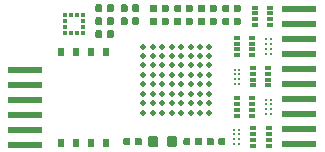
<source format=gbr>
G04 #@! TF.GenerationSoftware,KiCad,Pcbnew,(5.1.5-0-10_14)*
G04 #@! TF.CreationDate,2020-09-25T15:53:29-04:00*
G04 #@! TF.ProjectId,ESLO_RB,45534c4f-5f52-4422-9e6b-696361645f70,rev?*
G04 #@! TF.SameCoordinates,Original*
G04 #@! TF.FileFunction,Paste,Bot*
G04 #@! TF.FilePolarity,Positive*
%FSLAX46Y46*%
G04 Gerber Fmt 4.6, Leading zero omitted, Abs format (unit mm)*
G04 Created by KiCad (PCBNEW (5.1.5-0-10_14)) date 2020-09-25 15:53:29*
%MOMM*%
%LPD*%
G04 APERTURE LIST*
%ADD10R,0.500000X0.650000*%
%ADD11C,0.100000*%
%ADD12R,0.560000X0.300000*%
%ADD13R,0.150000X0.220000*%
%ADD14R,3.000000X0.600000*%
%ADD15R,0.375000X0.350000*%
%ADD16R,0.350000X0.375000*%
%ADD17C,0.500000*%
G04 APERTURE END LIST*
D10*
X133225000Y-94105000D03*
X133225000Y-101855000D03*
X131955000Y-94105000D03*
X131955000Y-101855000D03*
X130685000Y-94105000D03*
X130685000Y-101855000D03*
X129415000Y-94105000D03*
X129415000Y-101855000D03*
D11*
G36*
X138381958Y-90105710D02*
G01*
X138396276Y-90107834D01*
X138410317Y-90111351D01*
X138423946Y-90116228D01*
X138437031Y-90122417D01*
X138449447Y-90129858D01*
X138461073Y-90138481D01*
X138471798Y-90148202D01*
X138481519Y-90158927D01*
X138490142Y-90170553D01*
X138497583Y-90182969D01*
X138503772Y-90196054D01*
X138508649Y-90209683D01*
X138512166Y-90223724D01*
X138514290Y-90238042D01*
X138515000Y-90252500D01*
X138515000Y-90597500D01*
X138514290Y-90611958D01*
X138512166Y-90626276D01*
X138508649Y-90640317D01*
X138503772Y-90653946D01*
X138497583Y-90667031D01*
X138490142Y-90679447D01*
X138481519Y-90691073D01*
X138471798Y-90701798D01*
X138461073Y-90711519D01*
X138449447Y-90720142D01*
X138437031Y-90727583D01*
X138423946Y-90733772D01*
X138410317Y-90738649D01*
X138396276Y-90742166D01*
X138381958Y-90744290D01*
X138367500Y-90745000D01*
X138072500Y-90745000D01*
X138058042Y-90744290D01*
X138043724Y-90742166D01*
X138029683Y-90738649D01*
X138016054Y-90733772D01*
X138002969Y-90727583D01*
X137990553Y-90720142D01*
X137978927Y-90711519D01*
X137968202Y-90701798D01*
X137958481Y-90691073D01*
X137949858Y-90679447D01*
X137942417Y-90667031D01*
X137936228Y-90653946D01*
X137931351Y-90640317D01*
X137927834Y-90626276D01*
X137925710Y-90611958D01*
X137925000Y-90597500D01*
X137925000Y-90252500D01*
X137925710Y-90238042D01*
X137927834Y-90223724D01*
X137931351Y-90209683D01*
X137936228Y-90196054D01*
X137942417Y-90182969D01*
X137949858Y-90170553D01*
X137958481Y-90158927D01*
X137968202Y-90148202D01*
X137978927Y-90138481D01*
X137990553Y-90129858D01*
X138002969Y-90122417D01*
X138016054Y-90116228D01*
X138029683Y-90111351D01*
X138043724Y-90107834D01*
X138058042Y-90105710D01*
X138072500Y-90105000D01*
X138367500Y-90105000D01*
X138381958Y-90105710D01*
G37*
G36*
X137411958Y-90105710D02*
G01*
X137426276Y-90107834D01*
X137440317Y-90111351D01*
X137453946Y-90116228D01*
X137467031Y-90122417D01*
X137479447Y-90129858D01*
X137491073Y-90138481D01*
X137501798Y-90148202D01*
X137511519Y-90158927D01*
X137520142Y-90170553D01*
X137527583Y-90182969D01*
X137533772Y-90196054D01*
X137538649Y-90209683D01*
X137542166Y-90223724D01*
X137544290Y-90238042D01*
X137545000Y-90252500D01*
X137545000Y-90597500D01*
X137544290Y-90611958D01*
X137542166Y-90626276D01*
X137538649Y-90640317D01*
X137533772Y-90653946D01*
X137527583Y-90667031D01*
X137520142Y-90679447D01*
X137511519Y-90691073D01*
X137501798Y-90701798D01*
X137491073Y-90711519D01*
X137479447Y-90720142D01*
X137467031Y-90727583D01*
X137453946Y-90733772D01*
X137440317Y-90738649D01*
X137426276Y-90742166D01*
X137411958Y-90744290D01*
X137397500Y-90745000D01*
X137102500Y-90745000D01*
X137088042Y-90744290D01*
X137073724Y-90742166D01*
X137059683Y-90738649D01*
X137046054Y-90733772D01*
X137032969Y-90727583D01*
X137020553Y-90720142D01*
X137008927Y-90711519D01*
X136998202Y-90701798D01*
X136988481Y-90691073D01*
X136979858Y-90679447D01*
X136972417Y-90667031D01*
X136966228Y-90653946D01*
X136961351Y-90640317D01*
X136957834Y-90626276D01*
X136955710Y-90611958D01*
X136955000Y-90597500D01*
X136955000Y-90252500D01*
X136955710Y-90238042D01*
X136957834Y-90223724D01*
X136961351Y-90209683D01*
X136966228Y-90196054D01*
X136972417Y-90182969D01*
X136979858Y-90170553D01*
X136988481Y-90158927D01*
X136998202Y-90148202D01*
X137008927Y-90138481D01*
X137020553Y-90129858D01*
X137032969Y-90122417D01*
X137046054Y-90116228D01*
X137059683Y-90111351D01*
X137073724Y-90107834D01*
X137088042Y-90105710D01*
X137102500Y-90105000D01*
X137397500Y-90105000D01*
X137411958Y-90105710D01*
G37*
G36*
X138381958Y-91205710D02*
G01*
X138396276Y-91207834D01*
X138410317Y-91211351D01*
X138423946Y-91216228D01*
X138437031Y-91222417D01*
X138449447Y-91229858D01*
X138461073Y-91238481D01*
X138471798Y-91248202D01*
X138481519Y-91258927D01*
X138490142Y-91270553D01*
X138497583Y-91282969D01*
X138503772Y-91296054D01*
X138508649Y-91309683D01*
X138512166Y-91323724D01*
X138514290Y-91338042D01*
X138515000Y-91352500D01*
X138515000Y-91697500D01*
X138514290Y-91711958D01*
X138512166Y-91726276D01*
X138508649Y-91740317D01*
X138503772Y-91753946D01*
X138497583Y-91767031D01*
X138490142Y-91779447D01*
X138481519Y-91791073D01*
X138471798Y-91801798D01*
X138461073Y-91811519D01*
X138449447Y-91820142D01*
X138437031Y-91827583D01*
X138423946Y-91833772D01*
X138410317Y-91838649D01*
X138396276Y-91842166D01*
X138381958Y-91844290D01*
X138367500Y-91845000D01*
X138072500Y-91845000D01*
X138058042Y-91844290D01*
X138043724Y-91842166D01*
X138029683Y-91838649D01*
X138016054Y-91833772D01*
X138002969Y-91827583D01*
X137990553Y-91820142D01*
X137978927Y-91811519D01*
X137968202Y-91801798D01*
X137958481Y-91791073D01*
X137949858Y-91779447D01*
X137942417Y-91767031D01*
X137936228Y-91753946D01*
X137931351Y-91740317D01*
X137927834Y-91726276D01*
X137925710Y-91711958D01*
X137925000Y-91697500D01*
X137925000Y-91352500D01*
X137925710Y-91338042D01*
X137927834Y-91323724D01*
X137931351Y-91309683D01*
X137936228Y-91296054D01*
X137942417Y-91282969D01*
X137949858Y-91270553D01*
X137958481Y-91258927D01*
X137968202Y-91248202D01*
X137978927Y-91238481D01*
X137990553Y-91229858D01*
X138002969Y-91222417D01*
X138016054Y-91216228D01*
X138029683Y-91211351D01*
X138043724Y-91207834D01*
X138058042Y-91205710D01*
X138072500Y-91205000D01*
X138367500Y-91205000D01*
X138381958Y-91205710D01*
G37*
G36*
X137411958Y-91205710D02*
G01*
X137426276Y-91207834D01*
X137440317Y-91211351D01*
X137453946Y-91216228D01*
X137467031Y-91222417D01*
X137479447Y-91229858D01*
X137491073Y-91238481D01*
X137501798Y-91248202D01*
X137511519Y-91258927D01*
X137520142Y-91270553D01*
X137527583Y-91282969D01*
X137533772Y-91296054D01*
X137538649Y-91309683D01*
X137542166Y-91323724D01*
X137544290Y-91338042D01*
X137545000Y-91352500D01*
X137545000Y-91697500D01*
X137544290Y-91711958D01*
X137542166Y-91726276D01*
X137538649Y-91740317D01*
X137533772Y-91753946D01*
X137527583Y-91767031D01*
X137520142Y-91779447D01*
X137511519Y-91791073D01*
X137501798Y-91801798D01*
X137491073Y-91811519D01*
X137479447Y-91820142D01*
X137467031Y-91827583D01*
X137453946Y-91833772D01*
X137440317Y-91838649D01*
X137426276Y-91842166D01*
X137411958Y-91844290D01*
X137397500Y-91845000D01*
X137102500Y-91845000D01*
X137088042Y-91844290D01*
X137073724Y-91842166D01*
X137059683Y-91838649D01*
X137046054Y-91833772D01*
X137032969Y-91827583D01*
X137020553Y-91820142D01*
X137008927Y-91811519D01*
X136998202Y-91801798D01*
X136988481Y-91791073D01*
X136979858Y-91779447D01*
X136972417Y-91767031D01*
X136966228Y-91753946D01*
X136961351Y-91740317D01*
X136957834Y-91726276D01*
X136955710Y-91711958D01*
X136955000Y-91697500D01*
X136955000Y-91352500D01*
X136955710Y-91338042D01*
X136957834Y-91323724D01*
X136961351Y-91309683D01*
X136966228Y-91296054D01*
X136972417Y-91282969D01*
X136979858Y-91270553D01*
X136988481Y-91258927D01*
X136998202Y-91248202D01*
X137008927Y-91238481D01*
X137020553Y-91229858D01*
X137032969Y-91222417D01*
X137046054Y-91216228D01*
X137059683Y-91211351D01*
X137073724Y-91207834D01*
X137088042Y-91205710D01*
X137102500Y-91205000D01*
X137397500Y-91205000D01*
X137411958Y-91205710D01*
G37*
D12*
X145800000Y-90350000D03*
X147120000Y-90350000D03*
X145800000Y-90850000D03*
X147120000Y-90850000D03*
X145800000Y-91350000D03*
X147120000Y-91350000D03*
X145800000Y-91850000D03*
X147120000Y-91850000D03*
D13*
X144075000Y-100700000D03*
X144475000Y-100700000D03*
X144075000Y-101100000D03*
X144475000Y-101100000D03*
X144075000Y-101500000D03*
X144475000Y-101500000D03*
X144075000Y-101900000D03*
X144475000Y-101900000D03*
X147150000Y-99350000D03*
X146750000Y-99350000D03*
X147150000Y-98950000D03*
X146750000Y-98950000D03*
X147150000Y-98550000D03*
X146750000Y-98550000D03*
X147150000Y-98150000D03*
X146750000Y-98150000D03*
X144100000Y-95600000D03*
X144500000Y-95600000D03*
X144100000Y-96000000D03*
X144500000Y-96000000D03*
X144100000Y-96400000D03*
X144500000Y-96400000D03*
X144100000Y-96800000D03*
X144500000Y-96800000D03*
X147150000Y-94250000D03*
X146750000Y-94250000D03*
X147150000Y-93850000D03*
X146750000Y-93850000D03*
X147150000Y-93450000D03*
X146750000Y-93450000D03*
X147150000Y-93050000D03*
X146750000Y-93050000D03*
D12*
X145595000Y-99500000D03*
X144275000Y-99500000D03*
X145595000Y-99000000D03*
X144275000Y-99000000D03*
X145595000Y-98500000D03*
X144275000Y-98500000D03*
X145595000Y-98000000D03*
X144275000Y-98000000D03*
X146985000Y-102050000D03*
X145665000Y-102050000D03*
X146985000Y-101550000D03*
X145665000Y-101550000D03*
X146985000Y-101050000D03*
X145665000Y-101050000D03*
X146985000Y-100550000D03*
X145665000Y-100550000D03*
X145600000Y-94400000D03*
X144280000Y-94400000D03*
X145600000Y-93900000D03*
X144280000Y-93900000D03*
X145600000Y-93400000D03*
X144280000Y-93400000D03*
X145600000Y-92900000D03*
X144280000Y-92900000D03*
X146960000Y-96950000D03*
X145640000Y-96950000D03*
X146960000Y-96450000D03*
X145640000Y-96450000D03*
X146960000Y-95950000D03*
X145640000Y-95950000D03*
X146960000Y-95450000D03*
X145640000Y-95450000D03*
D11*
G36*
X143526958Y-91205710D02*
G01*
X143541276Y-91207834D01*
X143555317Y-91211351D01*
X143568946Y-91216228D01*
X143582031Y-91222417D01*
X143594447Y-91229858D01*
X143606073Y-91238481D01*
X143616798Y-91248202D01*
X143626519Y-91258927D01*
X143635142Y-91270553D01*
X143642583Y-91282969D01*
X143648772Y-91296054D01*
X143653649Y-91309683D01*
X143657166Y-91323724D01*
X143659290Y-91338042D01*
X143660000Y-91352500D01*
X143660000Y-91697500D01*
X143659290Y-91711958D01*
X143657166Y-91726276D01*
X143653649Y-91740317D01*
X143648772Y-91753946D01*
X143642583Y-91767031D01*
X143635142Y-91779447D01*
X143626519Y-91791073D01*
X143616798Y-91801798D01*
X143606073Y-91811519D01*
X143594447Y-91820142D01*
X143582031Y-91827583D01*
X143568946Y-91833772D01*
X143555317Y-91838649D01*
X143541276Y-91842166D01*
X143526958Y-91844290D01*
X143512500Y-91845000D01*
X143217500Y-91845000D01*
X143203042Y-91844290D01*
X143188724Y-91842166D01*
X143174683Y-91838649D01*
X143161054Y-91833772D01*
X143147969Y-91827583D01*
X143135553Y-91820142D01*
X143123927Y-91811519D01*
X143113202Y-91801798D01*
X143103481Y-91791073D01*
X143094858Y-91779447D01*
X143087417Y-91767031D01*
X143081228Y-91753946D01*
X143076351Y-91740317D01*
X143072834Y-91726276D01*
X143070710Y-91711958D01*
X143070000Y-91697500D01*
X143070000Y-91352500D01*
X143070710Y-91338042D01*
X143072834Y-91323724D01*
X143076351Y-91309683D01*
X143081228Y-91296054D01*
X143087417Y-91282969D01*
X143094858Y-91270553D01*
X143103481Y-91258927D01*
X143113202Y-91248202D01*
X143123927Y-91238481D01*
X143135553Y-91229858D01*
X143147969Y-91222417D01*
X143161054Y-91216228D01*
X143174683Y-91211351D01*
X143188724Y-91207834D01*
X143203042Y-91205710D01*
X143217500Y-91205000D01*
X143512500Y-91205000D01*
X143526958Y-91205710D01*
G37*
G36*
X144496958Y-91205710D02*
G01*
X144511276Y-91207834D01*
X144525317Y-91211351D01*
X144538946Y-91216228D01*
X144552031Y-91222417D01*
X144564447Y-91229858D01*
X144576073Y-91238481D01*
X144586798Y-91248202D01*
X144596519Y-91258927D01*
X144605142Y-91270553D01*
X144612583Y-91282969D01*
X144618772Y-91296054D01*
X144623649Y-91309683D01*
X144627166Y-91323724D01*
X144629290Y-91338042D01*
X144630000Y-91352500D01*
X144630000Y-91697500D01*
X144629290Y-91711958D01*
X144627166Y-91726276D01*
X144623649Y-91740317D01*
X144618772Y-91753946D01*
X144612583Y-91767031D01*
X144605142Y-91779447D01*
X144596519Y-91791073D01*
X144586798Y-91801798D01*
X144576073Y-91811519D01*
X144564447Y-91820142D01*
X144552031Y-91827583D01*
X144538946Y-91833772D01*
X144525317Y-91838649D01*
X144511276Y-91842166D01*
X144496958Y-91844290D01*
X144482500Y-91845000D01*
X144187500Y-91845000D01*
X144173042Y-91844290D01*
X144158724Y-91842166D01*
X144144683Y-91838649D01*
X144131054Y-91833772D01*
X144117969Y-91827583D01*
X144105553Y-91820142D01*
X144093927Y-91811519D01*
X144083202Y-91801798D01*
X144073481Y-91791073D01*
X144064858Y-91779447D01*
X144057417Y-91767031D01*
X144051228Y-91753946D01*
X144046351Y-91740317D01*
X144042834Y-91726276D01*
X144040710Y-91711958D01*
X144040000Y-91697500D01*
X144040000Y-91352500D01*
X144040710Y-91338042D01*
X144042834Y-91323724D01*
X144046351Y-91309683D01*
X144051228Y-91296054D01*
X144057417Y-91282969D01*
X144064858Y-91270553D01*
X144073481Y-91258927D01*
X144083202Y-91248202D01*
X144093927Y-91238481D01*
X144105553Y-91229858D01*
X144117969Y-91222417D01*
X144131054Y-91216228D01*
X144144683Y-91211351D01*
X144158724Y-91207834D01*
X144173042Y-91205710D01*
X144187500Y-91205000D01*
X144482500Y-91205000D01*
X144496958Y-91205710D01*
G37*
D14*
X149600000Y-90485000D03*
X149600000Y-91755000D03*
X149600000Y-93025000D03*
X149600000Y-94295000D03*
X149600000Y-95565000D03*
X149600000Y-96835000D03*
X149600000Y-98105000D03*
X149600000Y-99375000D03*
X149600000Y-100645000D03*
X149600000Y-101915000D03*
X126400000Y-95625000D03*
X126400000Y-96895000D03*
X126400000Y-98165000D03*
X126400000Y-99435000D03*
X126400000Y-100705000D03*
X126400000Y-101975000D03*
D15*
X129775000Y-91500000D03*
X129775000Y-92000000D03*
X131300000Y-92000000D03*
X131300000Y-91500000D03*
D16*
X129787500Y-92512500D03*
X129787500Y-90987500D03*
X131287500Y-92512500D03*
X131287500Y-90987500D03*
X130787500Y-92512500D03*
X130287500Y-92512500D03*
X130787500Y-90987500D03*
X130287500Y-90987500D03*
D17*
X136375000Y-99250000D03*
X136375000Y-98450000D03*
X136375000Y-97650000D03*
X136375000Y-96850000D03*
X136375000Y-96050000D03*
X136375000Y-95250000D03*
X136375000Y-94450000D03*
X136375000Y-93650000D03*
X137175000Y-99250000D03*
X137175000Y-98450000D03*
X137175000Y-97650000D03*
X137175000Y-96850000D03*
X137175000Y-96050000D03*
X137175000Y-95250000D03*
X137175000Y-94450000D03*
X137175000Y-93650000D03*
X137975000Y-99250000D03*
X137975000Y-98450000D03*
X137975000Y-97650000D03*
X137975000Y-96850000D03*
X137975000Y-96050000D03*
X137975000Y-95250000D03*
X137975000Y-94450000D03*
X137975000Y-93650000D03*
X138775000Y-99250000D03*
X138775000Y-98450000D03*
X138775000Y-97650000D03*
X138775000Y-96850000D03*
X138775000Y-96050000D03*
X138775000Y-95250000D03*
X138775000Y-94450000D03*
X138775000Y-93650000D03*
X139575000Y-99250000D03*
X139575000Y-98450000D03*
X139575000Y-97650000D03*
X139575000Y-96850000D03*
X139575000Y-96050000D03*
X139575000Y-95250000D03*
X139575000Y-94450000D03*
X139575000Y-93650000D03*
X140375000Y-99250000D03*
X140375000Y-98450000D03*
X140375000Y-97650000D03*
X140375000Y-96850000D03*
X140375000Y-96050000D03*
X140375000Y-95250000D03*
X140375000Y-94450000D03*
X140375000Y-93650000D03*
X141175000Y-99250000D03*
X141175000Y-98450000D03*
X141175000Y-97650000D03*
X141175000Y-96850000D03*
X141175000Y-96050000D03*
X141175000Y-95250000D03*
X141175000Y-94450000D03*
X141175000Y-93650000D03*
X141975000Y-99250000D03*
X141975000Y-98450000D03*
X141975000Y-97650000D03*
X141975000Y-96850000D03*
X141975000Y-96050000D03*
X141975000Y-95250000D03*
X141975000Y-94450000D03*
X141975000Y-93650000D03*
D11*
G36*
X144496958Y-90105710D02*
G01*
X144511276Y-90107834D01*
X144525317Y-90111351D01*
X144538946Y-90116228D01*
X144552031Y-90122417D01*
X144564447Y-90129858D01*
X144576073Y-90138481D01*
X144586798Y-90148202D01*
X144596519Y-90158927D01*
X144605142Y-90170553D01*
X144612583Y-90182969D01*
X144618772Y-90196054D01*
X144623649Y-90209683D01*
X144627166Y-90223724D01*
X144629290Y-90238042D01*
X144630000Y-90252500D01*
X144630000Y-90597500D01*
X144629290Y-90611958D01*
X144627166Y-90626276D01*
X144623649Y-90640317D01*
X144618772Y-90653946D01*
X144612583Y-90667031D01*
X144605142Y-90679447D01*
X144596519Y-90691073D01*
X144586798Y-90701798D01*
X144576073Y-90711519D01*
X144564447Y-90720142D01*
X144552031Y-90727583D01*
X144538946Y-90733772D01*
X144525317Y-90738649D01*
X144511276Y-90742166D01*
X144496958Y-90744290D01*
X144482500Y-90745000D01*
X144187500Y-90745000D01*
X144173042Y-90744290D01*
X144158724Y-90742166D01*
X144144683Y-90738649D01*
X144131054Y-90733772D01*
X144117969Y-90727583D01*
X144105553Y-90720142D01*
X144093927Y-90711519D01*
X144083202Y-90701798D01*
X144073481Y-90691073D01*
X144064858Y-90679447D01*
X144057417Y-90667031D01*
X144051228Y-90653946D01*
X144046351Y-90640317D01*
X144042834Y-90626276D01*
X144040710Y-90611958D01*
X144040000Y-90597500D01*
X144040000Y-90252500D01*
X144040710Y-90238042D01*
X144042834Y-90223724D01*
X144046351Y-90209683D01*
X144051228Y-90196054D01*
X144057417Y-90182969D01*
X144064858Y-90170553D01*
X144073481Y-90158927D01*
X144083202Y-90148202D01*
X144093927Y-90138481D01*
X144105553Y-90129858D01*
X144117969Y-90122417D01*
X144131054Y-90116228D01*
X144144683Y-90111351D01*
X144158724Y-90107834D01*
X144173042Y-90105710D01*
X144187500Y-90105000D01*
X144482500Y-90105000D01*
X144496958Y-90105710D01*
G37*
G36*
X143526958Y-90105710D02*
G01*
X143541276Y-90107834D01*
X143555317Y-90111351D01*
X143568946Y-90116228D01*
X143582031Y-90122417D01*
X143594447Y-90129858D01*
X143606073Y-90138481D01*
X143616798Y-90148202D01*
X143626519Y-90158927D01*
X143635142Y-90170553D01*
X143642583Y-90182969D01*
X143648772Y-90196054D01*
X143653649Y-90209683D01*
X143657166Y-90223724D01*
X143659290Y-90238042D01*
X143660000Y-90252500D01*
X143660000Y-90597500D01*
X143659290Y-90611958D01*
X143657166Y-90626276D01*
X143653649Y-90640317D01*
X143648772Y-90653946D01*
X143642583Y-90667031D01*
X143635142Y-90679447D01*
X143626519Y-90691073D01*
X143616798Y-90701798D01*
X143606073Y-90711519D01*
X143594447Y-90720142D01*
X143582031Y-90727583D01*
X143568946Y-90733772D01*
X143555317Y-90738649D01*
X143541276Y-90742166D01*
X143526958Y-90744290D01*
X143512500Y-90745000D01*
X143217500Y-90745000D01*
X143203042Y-90744290D01*
X143188724Y-90742166D01*
X143174683Y-90738649D01*
X143161054Y-90733772D01*
X143147969Y-90727583D01*
X143135553Y-90720142D01*
X143123927Y-90711519D01*
X143113202Y-90701798D01*
X143103481Y-90691073D01*
X143094858Y-90679447D01*
X143087417Y-90667031D01*
X143081228Y-90653946D01*
X143076351Y-90640317D01*
X143072834Y-90626276D01*
X143070710Y-90611958D01*
X143070000Y-90597500D01*
X143070000Y-90252500D01*
X143070710Y-90238042D01*
X143072834Y-90223724D01*
X143076351Y-90209683D01*
X143081228Y-90196054D01*
X143087417Y-90182969D01*
X143094858Y-90170553D01*
X143103481Y-90158927D01*
X143113202Y-90148202D01*
X143123927Y-90138481D01*
X143135553Y-90129858D01*
X143147969Y-90122417D01*
X143161054Y-90116228D01*
X143174683Y-90111351D01*
X143188724Y-90107834D01*
X143203042Y-90105710D01*
X143217500Y-90105000D01*
X143512500Y-90105000D01*
X143526958Y-90105710D01*
G37*
G36*
X134911958Y-91180710D02*
G01*
X134926276Y-91182834D01*
X134940317Y-91186351D01*
X134953946Y-91191228D01*
X134967031Y-91197417D01*
X134979447Y-91204858D01*
X134991073Y-91213481D01*
X135001798Y-91223202D01*
X135011519Y-91233927D01*
X135020142Y-91245553D01*
X135027583Y-91257969D01*
X135033772Y-91271054D01*
X135038649Y-91284683D01*
X135042166Y-91298724D01*
X135044290Y-91313042D01*
X135045000Y-91327500D01*
X135045000Y-91672500D01*
X135044290Y-91686958D01*
X135042166Y-91701276D01*
X135038649Y-91715317D01*
X135033772Y-91728946D01*
X135027583Y-91742031D01*
X135020142Y-91754447D01*
X135011519Y-91766073D01*
X135001798Y-91776798D01*
X134991073Y-91786519D01*
X134979447Y-91795142D01*
X134967031Y-91802583D01*
X134953946Y-91808772D01*
X134940317Y-91813649D01*
X134926276Y-91817166D01*
X134911958Y-91819290D01*
X134897500Y-91820000D01*
X134602500Y-91820000D01*
X134588042Y-91819290D01*
X134573724Y-91817166D01*
X134559683Y-91813649D01*
X134546054Y-91808772D01*
X134532969Y-91802583D01*
X134520553Y-91795142D01*
X134508927Y-91786519D01*
X134498202Y-91776798D01*
X134488481Y-91766073D01*
X134479858Y-91754447D01*
X134472417Y-91742031D01*
X134466228Y-91728946D01*
X134461351Y-91715317D01*
X134457834Y-91701276D01*
X134455710Y-91686958D01*
X134455000Y-91672500D01*
X134455000Y-91327500D01*
X134455710Y-91313042D01*
X134457834Y-91298724D01*
X134461351Y-91284683D01*
X134466228Y-91271054D01*
X134472417Y-91257969D01*
X134479858Y-91245553D01*
X134488481Y-91233927D01*
X134498202Y-91223202D01*
X134508927Y-91213481D01*
X134520553Y-91204858D01*
X134532969Y-91197417D01*
X134546054Y-91191228D01*
X134559683Y-91186351D01*
X134573724Y-91182834D01*
X134588042Y-91180710D01*
X134602500Y-91180000D01*
X134897500Y-91180000D01*
X134911958Y-91180710D01*
G37*
G36*
X135881958Y-91180710D02*
G01*
X135896276Y-91182834D01*
X135910317Y-91186351D01*
X135923946Y-91191228D01*
X135937031Y-91197417D01*
X135949447Y-91204858D01*
X135961073Y-91213481D01*
X135971798Y-91223202D01*
X135981519Y-91233927D01*
X135990142Y-91245553D01*
X135997583Y-91257969D01*
X136003772Y-91271054D01*
X136008649Y-91284683D01*
X136012166Y-91298724D01*
X136014290Y-91313042D01*
X136015000Y-91327500D01*
X136015000Y-91672500D01*
X136014290Y-91686958D01*
X136012166Y-91701276D01*
X136008649Y-91715317D01*
X136003772Y-91728946D01*
X135997583Y-91742031D01*
X135990142Y-91754447D01*
X135981519Y-91766073D01*
X135971798Y-91776798D01*
X135961073Y-91786519D01*
X135949447Y-91795142D01*
X135937031Y-91802583D01*
X135923946Y-91808772D01*
X135910317Y-91813649D01*
X135896276Y-91817166D01*
X135881958Y-91819290D01*
X135867500Y-91820000D01*
X135572500Y-91820000D01*
X135558042Y-91819290D01*
X135543724Y-91817166D01*
X135529683Y-91813649D01*
X135516054Y-91808772D01*
X135502969Y-91802583D01*
X135490553Y-91795142D01*
X135478927Y-91786519D01*
X135468202Y-91776798D01*
X135458481Y-91766073D01*
X135449858Y-91754447D01*
X135442417Y-91742031D01*
X135436228Y-91728946D01*
X135431351Y-91715317D01*
X135427834Y-91701276D01*
X135425710Y-91686958D01*
X135425000Y-91672500D01*
X135425000Y-91327500D01*
X135425710Y-91313042D01*
X135427834Y-91298724D01*
X135431351Y-91284683D01*
X135436228Y-91271054D01*
X135442417Y-91257969D01*
X135449858Y-91245553D01*
X135458481Y-91233927D01*
X135468202Y-91223202D01*
X135478927Y-91213481D01*
X135490553Y-91204858D01*
X135502969Y-91197417D01*
X135516054Y-91191228D01*
X135529683Y-91186351D01*
X135543724Y-91182834D01*
X135558042Y-91180710D01*
X135572500Y-91180000D01*
X135867500Y-91180000D01*
X135881958Y-91180710D01*
G37*
G36*
X134911958Y-90080710D02*
G01*
X134926276Y-90082834D01*
X134940317Y-90086351D01*
X134953946Y-90091228D01*
X134967031Y-90097417D01*
X134979447Y-90104858D01*
X134991073Y-90113481D01*
X135001798Y-90123202D01*
X135011519Y-90133927D01*
X135020142Y-90145553D01*
X135027583Y-90157969D01*
X135033772Y-90171054D01*
X135038649Y-90184683D01*
X135042166Y-90198724D01*
X135044290Y-90213042D01*
X135045000Y-90227500D01*
X135045000Y-90572500D01*
X135044290Y-90586958D01*
X135042166Y-90601276D01*
X135038649Y-90615317D01*
X135033772Y-90628946D01*
X135027583Y-90642031D01*
X135020142Y-90654447D01*
X135011519Y-90666073D01*
X135001798Y-90676798D01*
X134991073Y-90686519D01*
X134979447Y-90695142D01*
X134967031Y-90702583D01*
X134953946Y-90708772D01*
X134940317Y-90713649D01*
X134926276Y-90717166D01*
X134911958Y-90719290D01*
X134897500Y-90720000D01*
X134602500Y-90720000D01*
X134588042Y-90719290D01*
X134573724Y-90717166D01*
X134559683Y-90713649D01*
X134546054Y-90708772D01*
X134532969Y-90702583D01*
X134520553Y-90695142D01*
X134508927Y-90686519D01*
X134498202Y-90676798D01*
X134488481Y-90666073D01*
X134479858Y-90654447D01*
X134472417Y-90642031D01*
X134466228Y-90628946D01*
X134461351Y-90615317D01*
X134457834Y-90601276D01*
X134455710Y-90586958D01*
X134455000Y-90572500D01*
X134455000Y-90227500D01*
X134455710Y-90213042D01*
X134457834Y-90198724D01*
X134461351Y-90184683D01*
X134466228Y-90171054D01*
X134472417Y-90157969D01*
X134479858Y-90145553D01*
X134488481Y-90133927D01*
X134498202Y-90123202D01*
X134508927Y-90113481D01*
X134520553Y-90104858D01*
X134532969Y-90097417D01*
X134546054Y-90091228D01*
X134559683Y-90086351D01*
X134573724Y-90082834D01*
X134588042Y-90080710D01*
X134602500Y-90080000D01*
X134897500Y-90080000D01*
X134911958Y-90080710D01*
G37*
G36*
X135881958Y-90080710D02*
G01*
X135896276Y-90082834D01*
X135910317Y-90086351D01*
X135923946Y-90091228D01*
X135937031Y-90097417D01*
X135949447Y-90104858D01*
X135961073Y-90113481D01*
X135971798Y-90123202D01*
X135981519Y-90133927D01*
X135990142Y-90145553D01*
X135997583Y-90157969D01*
X136003772Y-90171054D01*
X136008649Y-90184683D01*
X136012166Y-90198724D01*
X136014290Y-90213042D01*
X136015000Y-90227500D01*
X136015000Y-90572500D01*
X136014290Y-90586958D01*
X136012166Y-90601276D01*
X136008649Y-90615317D01*
X136003772Y-90628946D01*
X135997583Y-90642031D01*
X135990142Y-90654447D01*
X135981519Y-90666073D01*
X135971798Y-90676798D01*
X135961073Y-90686519D01*
X135949447Y-90695142D01*
X135937031Y-90702583D01*
X135923946Y-90708772D01*
X135910317Y-90713649D01*
X135896276Y-90717166D01*
X135881958Y-90719290D01*
X135867500Y-90720000D01*
X135572500Y-90720000D01*
X135558042Y-90719290D01*
X135543724Y-90717166D01*
X135529683Y-90713649D01*
X135516054Y-90708772D01*
X135502969Y-90702583D01*
X135490553Y-90695142D01*
X135478927Y-90686519D01*
X135468202Y-90676798D01*
X135458481Y-90666073D01*
X135449858Y-90654447D01*
X135442417Y-90642031D01*
X135436228Y-90628946D01*
X135431351Y-90615317D01*
X135427834Y-90601276D01*
X135425710Y-90586958D01*
X135425000Y-90572500D01*
X135425000Y-90227500D01*
X135425710Y-90213042D01*
X135427834Y-90198724D01*
X135431351Y-90184683D01*
X135436228Y-90171054D01*
X135442417Y-90157969D01*
X135449858Y-90145553D01*
X135458481Y-90133927D01*
X135468202Y-90123202D01*
X135478927Y-90113481D01*
X135490553Y-90104858D01*
X135502969Y-90097417D01*
X135516054Y-90091228D01*
X135529683Y-90086351D01*
X135543724Y-90082834D01*
X135558042Y-90080710D01*
X135572500Y-90080000D01*
X135867500Y-90080000D01*
X135881958Y-90080710D01*
G37*
G36*
X141476958Y-91205710D02*
G01*
X141491276Y-91207834D01*
X141505317Y-91211351D01*
X141518946Y-91216228D01*
X141532031Y-91222417D01*
X141544447Y-91229858D01*
X141556073Y-91238481D01*
X141566798Y-91248202D01*
X141576519Y-91258927D01*
X141585142Y-91270553D01*
X141592583Y-91282969D01*
X141598772Y-91296054D01*
X141603649Y-91309683D01*
X141607166Y-91323724D01*
X141609290Y-91338042D01*
X141610000Y-91352500D01*
X141610000Y-91697500D01*
X141609290Y-91711958D01*
X141607166Y-91726276D01*
X141603649Y-91740317D01*
X141598772Y-91753946D01*
X141592583Y-91767031D01*
X141585142Y-91779447D01*
X141576519Y-91791073D01*
X141566798Y-91801798D01*
X141556073Y-91811519D01*
X141544447Y-91820142D01*
X141532031Y-91827583D01*
X141518946Y-91833772D01*
X141505317Y-91838649D01*
X141491276Y-91842166D01*
X141476958Y-91844290D01*
X141462500Y-91845000D01*
X141167500Y-91845000D01*
X141153042Y-91844290D01*
X141138724Y-91842166D01*
X141124683Y-91838649D01*
X141111054Y-91833772D01*
X141097969Y-91827583D01*
X141085553Y-91820142D01*
X141073927Y-91811519D01*
X141063202Y-91801798D01*
X141053481Y-91791073D01*
X141044858Y-91779447D01*
X141037417Y-91767031D01*
X141031228Y-91753946D01*
X141026351Y-91740317D01*
X141022834Y-91726276D01*
X141020710Y-91711958D01*
X141020000Y-91697500D01*
X141020000Y-91352500D01*
X141020710Y-91338042D01*
X141022834Y-91323724D01*
X141026351Y-91309683D01*
X141031228Y-91296054D01*
X141037417Y-91282969D01*
X141044858Y-91270553D01*
X141053481Y-91258927D01*
X141063202Y-91248202D01*
X141073927Y-91238481D01*
X141085553Y-91229858D01*
X141097969Y-91222417D01*
X141111054Y-91216228D01*
X141124683Y-91211351D01*
X141138724Y-91207834D01*
X141153042Y-91205710D01*
X141167500Y-91205000D01*
X141462500Y-91205000D01*
X141476958Y-91205710D01*
G37*
G36*
X142446958Y-91205710D02*
G01*
X142461276Y-91207834D01*
X142475317Y-91211351D01*
X142488946Y-91216228D01*
X142502031Y-91222417D01*
X142514447Y-91229858D01*
X142526073Y-91238481D01*
X142536798Y-91248202D01*
X142546519Y-91258927D01*
X142555142Y-91270553D01*
X142562583Y-91282969D01*
X142568772Y-91296054D01*
X142573649Y-91309683D01*
X142577166Y-91323724D01*
X142579290Y-91338042D01*
X142580000Y-91352500D01*
X142580000Y-91697500D01*
X142579290Y-91711958D01*
X142577166Y-91726276D01*
X142573649Y-91740317D01*
X142568772Y-91753946D01*
X142562583Y-91767031D01*
X142555142Y-91779447D01*
X142546519Y-91791073D01*
X142536798Y-91801798D01*
X142526073Y-91811519D01*
X142514447Y-91820142D01*
X142502031Y-91827583D01*
X142488946Y-91833772D01*
X142475317Y-91838649D01*
X142461276Y-91842166D01*
X142446958Y-91844290D01*
X142432500Y-91845000D01*
X142137500Y-91845000D01*
X142123042Y-91844290D01*
X142108724Y-91842166D01*
X142094683Y-91838649D01*
X142081054Y-91833772D01*
X142067969Y-91827583D01*
X142055553Y-91820142D01*
X142043927Y-91811519D01*
X142033202Y-91801798D01*
X142023481Y-91791073D01*
X142014858Y-91779447D01*
X142007417Y-91767031D01*
X142001228Y-91753946D01*
X141996351Y-91740317D01*
X141992834Y-91726276D01*
X141990710Y-91711958D01*
X141990000Y-91697500D01*
X141990000Y-91352500D01*
X141990710Y-91338042D01*
X141992834Y-91323724D01*
X141996351Y-91309683D01*
X142001228Y-91296054D01*
X142007417Y-91282969D01*
X142014858Y-91270553D01*
X142023481Y-91258927D01*
X142033202Y-91248202D01*
X142043927Y-91238481D01*
X142055553Y-91229858D01*
X142067969Y-91222417D01*
X142081054Y-91216228D01*
X142094683Y-91211351D01*
X142108724Y-91207834D01*
X142123042Y-91205710D01*
X142137500Y-91205000D01*
X142432500Y-91205000D01*
X142446958Y-91205710D01*
G37*
G36*
X140421958Y-90105710D02*
G01*
X140436276Y-90107834D01*
X140450317Y-90111351D01*
X140463946Y-90116228D01*
X140477031Y-90122417D01*
X140489447Y-90129858D01*
X140501073Y-90138481D01*
X140511798Y-90148202D01*
X140521519Y-90158927D01*
X140530142Y-90170553D01*
X140537583Y-90182969D01*
X140543772Y-90196054D01*
X140548649Y-90209683D01*
X140552166Y-90223724D01*
X140554290Y-90238042D01*
X140555000Y-90252500D01*
X140555000Y-90597500D01*
X140554290Y-90611958D01*
X140552166Y-90626276D01*
X140548649Y-90640317D01*
X140543772Y-90653946D01*
X140537583Y-90667031D01*
X140530142Y-90679447D01*
X140521519Y-90691073D01*
X140511798Y-90701798D01*
X140501073Y-90711519D01*
X140489447Y-90720142D01*
X140477031Y-90727583D01*
X140463946Y-90733772D01*
X140450317Y-90738649D01*
X140436276Y-90742166D01*
X140421958Y-90744290D01*
X140407500Y-90745000D01*
X140112500Y-90745000D01*
X140098042Y-90744290D01*
X140083724Y-90742166D01*
X140069683Y-90738649D01*
X140056054Y-90733772D01*
X140042969Y-90727583D01*
X140030553Y-90720142D01*
X140018927Y-90711519D01*
X140008202Y-90701798D01*
X139998481Y-90691073D01*
X139989858Y-90679447D01*
X139982417Y-90667031D01*
X139976228Y-90653946D01*
X139971351Y-90640317D01*
X139967834Y-90626276D01*
X139965710Y-90611958D01*
X139965000Y-90597500D01*
X139965000Y-90252500D01*
X139965710Y-90238042D01*
X139967834Y-90223724D01*
X139971351Y-90209683D01*
X139976228Y-90196054D01*
X139982417Y-90182969D01*
X139989858Y-90170553D01*
X139998481Y-90158927D01*
X140008202Y-90148202D01*
X140018927Y-90138481D01*
X140030553Y-90129858D01*
X140042969Y-90122417D01*
X140056054Y-90116228D01*
X140069683Y-90111351D01*
X140083724Y-90107834D01*
X140098042Y-90105710D01*
X140112500Y-90105000D01*
X140407500Y-90105000D01*
X140421958Y-90105710D01*
G37*
G36*
X139451958Y-90105710D02*
G01*
X139466276Y-90107834D01*
X139480317Y-90111351D01*
X139493946Y-90116228D01*
X139507031Y-90122417D01*
X139519447Y-90129858D01*
X139531073Y-90138481D01*
X139541798Y-90148202D01*
X139551519Y-90158927D01*
X139560142Y-90170553D01*
X139567583Y-90182969D01*
X139573772Y-90196054D01*
X139578649Y-90209683D01*
X139582166Y-90223724D01*
X139584290Y-90238042D01*
X139585000Y-90252500D01*
X139585000Y-90597500D01*
X139584290Y-90611958D01*
X139582166Y-90626276D01*
X139578649Y-90640317D01*
X139573772Y-90653946D01*
X139567583Y-90667031D01*
X139560142Y-90679447D01*
X139551519Y-90691073D01*
X139541798Y-90701798D01*
X139531073Y-90711519D01*
X139519447Y-90720142D01*
X139507031Y-90727583D01*
X139493946Y-90733772D01*
X139480317Y-90738649D01*
X139466276Y-90742166D01*
X139451958Y-90744290D01*
X139437500Y-90745000D01*
X139142500Y-90745000D01*
X139128042Y-90744290D01*
X139113724Y-90742166D01*
X139099683Y-90738649D01*
X139086054Y-90733772D01*
X139072969Y-90727583D01*
X139060553Y-90720142D01*
X139048927Y-90711519D01*
X139038202Y-90701798D01*
X139028481Y-90691073D01*
X139019858Y-90679447D01*
X139012417Y-90667031D01*
X139006228Y-90653946D01*
X139001351Y-90640317D01*
X138997834Y-90626276D01*
X138995710Y-90611958D01*
X138995000Y-90597500D01*
X138995000Y-90252500D01*
X138995710Y-90238042D01*
X138997834Y-90223724D01*
X139001351Y-90209683D01*
X139006228Y-90196054D01*
X139012417Y-90182969D01*
X139019858Y-90170553D01*
X139028481Y-90158927D01*
X139038202Y-90148202D01*
X139048927Y-90138481D01*
X139060553Y-90129858D01*
X139072969Y-90122417D01*
X139086054Y-90116228D01*
X139099683Y-90111351D01*
X139113724Y-90107834D01*
X139128042Y-90105710D01*
X139142500Y-90105000D01*
X139437500Y-90105000D01*
X139451958Y-90105710D01*
G37*
G36*
X140411958Y-91205710D02*
G01*
X140426276Y-91207834D01*
X140440317Y-91211351D01*
X140453946Y-91216228D01*
X140467031Y-91222417D01*
X140479447Y-91229858D01*
X140491073Y-91238481D01*
X140501798Y-91248202D01*
X140511519Y-91258927D01*
X140520142Y-91270553D01*
X140527583Y-91282969D01*
X140533772Y-91296054D01*
X140538649Y-91309683D01*
X140542166Y-91323724D01*
X140544290Y-91338042D01*
X140545000Y-91352500D01*
X140545000Y-91697500D01*
X140544290Y-91711958D01*
X140542166Y-91726276D01*
X140538649Y-91740317D01*
X140533772Y-91753946D01*
X140527583Y-91767031D01*
X140520142Y-91779447D01*
X140511519Y-91791073D01*
X140501798Y-91801798D01*
X140491073Y-91811519D01*
X140479447Y-91820142D01*
X140467031Y-91827583D01*
X140453946Y-91833772D01*
X140440317Y-91838649D01*
X140426276Y-91842166D01*
X140411958Y-91844290D01*
X140397500Y-91845000D01*
X140102500Y-91845000D01*
X140088042Y-91844290D01*
X140073724Y-91842166D01*
X140059683Y-91838649D01*
X140046054Y-91833772D01*
X140032969Y-91827583D01*
X140020553Y-91820142D01*
X140008927Y-91811519D01*
X139998202Y-91801798D01*
X139988481Y-91791073D01*
X139979858Y-91779447D01*
X139972417Y-91767031D01*
X139966228Y-91753946D01*
X139961351Y-91740317D01*
X139957834Y-91726276D01*
X139955710Y-91711958D01*
X139955000Y-91697500D01*
X139955000Y-91352500D01*
X139955710Y-91338042D01*
X139957834Y-91323724D01*
X139961351Y-91309683D01*
X139966228Y-91296054D01*
X139972417Y-91282969D01*
X139979858Y-91270553D01*
X139988481Y-91258927D01*
X139998202Y-91248202D01*
X140008927Y-91238481D01*
X140020553Y-91229858D01*
X140032969Y-91222417D01*
X140046054Y-91216228D01*
X140059683Y-91211351D01*
X140073724Y-91207834D01*
X140088042Y-91205710D01*
X140102500Y-91205000D01*
X140397500Y-91205000D01*
X140411958Y-91205710D01*
G37*
G36*
X139441958Y-91205710D02*
G01*
X139456276Y-91207834D01*
X139470317Y-91211351D01*
X139483946Y-91216228D01*
X139497031Y-91222417D01*
X139509447Y-91229858D01*
X139521073Y-91238481D01*
X139531798Y-91248202D01*
X139541519Y-91258927D01*
X139550142Y-91270553D01*
X139557583Y-91282969D01*
X139563772Y-91296054D01*
X139568649Y-91309683D01*
X139572166Y-91323724D01*
X139574290Y-91338042D01*
X139575000Y-91352500D01*
X139575000Y-91697500D01*
X139574290Y-91711958D01*
X139572166Y-91726276D01*
X139568649Y-91740317D01*
X139563772Y-91753946D01*
X139557583Y-91767031D01*
X139550142Y-91779447D01*
X139541519Y-91791073D01*
X139531798Y-91801798D01*
X139521073Y-91811519D01*
X139509447Y-91820142D01*
X139497031Y-91827583D01*
X139483946Y-91833772D01*
X139470317Y-91838649D01*
X139456276Y-91842166D01*
X139441958Y-91844290D01*
X139427500Y-91845000D01*
X139132500Y-91845000D01*
X139118042Y-91844290D01*
X139103724Y-91842166D01*
X139089683Y-91838649D01*
X139076054Y-91833772D01*
X139062969Y-91827583D01*
X139050553Y-91820142D01*
X139038927Y-91811519D01*
X139028202Y-91801798D01*
X139018481Y-91791073D01*
X139009858Y-91779447D01*
X139002417Y-91767031D01*
X138996228Y-91753946D01*
X138991351Y-91740317D01*
X138987834Y-91726276D01*
X138985710Y-91711958D01*
X138985000Y-91697500D01*
X138985000Y-91352500D01*
X138985710Y-91338042D01*
X138987834Y-91323724D01*
X138991351Y-91309683D01*
X138996228Y-91296054D01*
X139002417Y-91282969D01*
X139009858Y-91270553D01*
X139018481Y-91258927D01*
X139028202Y-91248202D01*
X139038927Y-91238481D01*
X139050553Y-91229858D01*
X139062969Y-91222417D01*
X139076054Y-91216228D01*
X139089683Y-91211351D01*
X139103724Y-91207834D01*
X139118042Y-91205710D01*
X139132500Y-91205000D01*
X139427500Y-91205000D01*
X139441958Y-91205710D01*
G37*
G36*
X135141958Y-101380710D02*
G01*
X135156276Y-101382834D01*
X135170317Y-101386351D01*
X135183946Y-101391228D01*
X135197031Y-101397417D01*
X135209447Y-101404858D01*
X135221073Y-101413481D01*
X135231798Y-101423202D01*
X135241519Y-101433927D01*
X135250142Y-101445553D01*
X135257583Y-101457969D01*
X135263772Y-101471054D01*
X135268649Y-101484683D01*
X135272166Y-101498724D01*
X135274290Y-101513042D01*
X135275000Y-101527500D01*
X135275000Y-101872500D01*
X135274290Y-101886958D01*
X135272166Y-101901276D01*
X135268649Y-101915317D01*
X135263772Y-101928946D01*
X135257583Y-101942031D01*
X135250142Y-101954447D01*
X135241519Y-101966073D01*
X135231798Y-101976798D01*
X135221073Y-101986519D01*
X135209447Y-101995142D01*
X135197031Y-102002583D01*
X135183946Y-102008772D01*
X135170317Y-102013649D01*
X135156276Y-102017166D01*
X135141958Y-102019290D01*
X135127500Y-102020000D01*
X134832500Y-102020000D01*
X134818042Y-102019290D01*
X134803724Y-102017166D01*
X134789683Y-102013649D01*
X134776054Y-102008772D01*
X134762969Y-102002583D01*
X134750553Y-101995142D01*
X134738927Y-101986519D01*
X134728202Y-101976798D01*
X134718481Y-101966073D01*
X134709858Y-101954447D01*
X134702417Y-101942031D01*
X134696228Y-101928946D01*
X134691351Y-101915317D01*
X134687834Y-101901276D01*
X134685710Y-101886958D01*
X134685000Y-101872500D01*
X134685000Y-101527500D01*
X134685710Y-101513042D01*
X134687834Y-101498724D01*
X134691351Y-101484683D01*
X134696228Y-101471054D01*
X134702417Y-101457969D01*
X134709858Y-101445553D01*
X134718481Y-101433927D01*
X134728202Y-101423202D01*
X134738927Y-101413481D01*
X134750553Y-101404858D01*
X134762969Y-101397417D01*
X134776054Y-101391228D01*
X134789683Y-101386351D01*
X134803724Y-101382834D01*
X134818042Y-101380710D01*
X134832500Y-101380000D01*
X135127500Y-101380000D01*
X135141958Y-101380710D01*
G37*
G36*
X136111958Y-101380710D02*
G01*
X136126276Y-101382834D01*
X136140317Y-101386351D01*
X136153946Y-101391228D01*
X136167031Y-101397417D01*
X136179447Y-101404858D01*
X136191073Y-101413481D01*
X136201798Y-101423202D01*
X136211519Y-101433927D01*
X136220142Y-101445553D01*
X136227583Y-101457969D01*
X136233772Y-101471054D01*
X136238649Y-101484683D01*
X136242166Y-101498724D01*
X136244290Y-101513042D01*
X136245000Y-101527500D01*
X136245000Y-101872500D01*
X136244290Y-101886958D01*
X136242166Y-101901276D01*
X136238649Y-101915317D01*
X136233772Y-101928946D01*
X136227583Y-101942031D01*
X136220142Y-101954447D01*
X136211519Y-101966073D01*
X136201798Y-101976798D01*
X136191073Y-101986519D01*
X136179447Y-101995142D01*
X136167031Y-102002583D01*
X136153946Y-102008772D01*
X136140317Y-102013649D01*
X136126276Y-102017166D01*
X136111958Y-102019290D01*
X136097500Y-102020000D01*
X135802500Y-102020000D01*
X135788042Y-102019290D01*
X135773724Y-102017166D01*
X135759683Y-102013649D01*
X135746054Y-102008772D01*
X135732969Y-102002583D01*
X135720553Y-101995142D01*
X135708927Y-101986519D01*
X135698202Y-101976798D01*
X135688481Y-101966073D01*
X135679858Y-101954447D01*
X135672417Y-101942031D01*
X135666228Y-101928946D01*
X135661351Y-101915317D01*
X135657834Y-101901276D01*
X135655710Y-101886958D01*
X135655000Y-101872500D01*
X135655000Y-101527500D01*
X135655710Y-101513042D01*
X135657834Y-101498724D01*
X135661351Y-101484683D01*
X135666228Y-101471054D01*
X135672417Y-101457969D01*
X135679858Y-101445553D01*
X135688481Y-101433927D01*
X135698202Y-101423202D01*
X135708927Y-101413481D01*
X135720553Y-101404858D01*
X135732969Y-101397417D01*
X135746054Y-101391228D01*
X135759683Y-101386351D01*
X135773724Y-101382834D01*
X135788042Y-101380710D01*
X135802500Y-101380000D01*
X136097500Y-101380000D01*
X136111958Y-101380710D01*
G37*
G36*
X139040191Y-101226053D02*
G01*
X139061426Y-101229203D01*
X139082250Y-101234419D01*
X139102462Y-101241651D01*
X139121868Y-101250830D01*
X139140281Y-101261866D01*
X139157524Y-101274654D01*
X139173430Y-101289070D01*
X139187846Y-101304976D01*
X139200634Y-101322219D01*
X139211670Y-101340632D01*
X139220849Y-101360038D01*
X139228081Y-101380250D01*
X139233297Y-101401074D01*
X139236447Y-101422309D01*
X139237500Y-101443750D01*
X139237500Y-101956250D01*
X139236447Y-101977691D01*
X139233297Y-101998926D01*
X139228081Y-102019750D01*
X139220849Y-102039962D01*
X139211670Y-102059368D01*
X139200634Y-102077781D01*
X139187846Y-102095024D01*
X139173430Y-102110930D01*
X139157524Y-102125346D01*
X139140281Y-102138134D01*
X139121868Y-102149170D01*
X139102462Y-102158349D01*
X139082250Y-102165581D01*
X139061426Y-102170797D01*
X139040191Y-102173947D01*
X139018750Y-102175000D01*
X138581250Y-102175000D01*
X138559809Y-102173947D01*
X138538574Y-102170797D01*
X138517750Y-102165581D01*
X138497538Y-102158349D01*
X138478132Y-102149170D01*
X138459719Y-102138134D01*
X138442476Y-102125346D01*
X138426570Y-102110930D01*
X138412154Y-102095024D01*
X138399366Y-102077781D01*
X138388330Y-102059368D01*
X138379151Y-102039962D01*
X138371919Y-102019750D01*
X138366703Y-101998926D01*
X138363553Y-101977691D01*
X138362500Y-101956250D01*
X138362500Y-101443750D01*
X138363553Y-101422309D01*
X138366703Y-101401074D01*
X138371919Y-101380250D01*
X138379151Y-101360038D01*
X138388330Y-101340632D01*
X138399366Y-101322219D01*
X138412154Y-101304976D01*
X138426570Y-101289070D01*
X138442476Y-101274654D01*
X138459719Y-101261866D01*
X138478132Y-101250830D01*
X138497538Y-101241651D01*
X138517750Y-101234419D01*
X138538574Y-101229203D01*
X138559809Y-101226053D01*
X138581250Y-101225000D01*
X139018750Y-101225000D01*
X139040191Y-101226053D01*
G37*
G36*
X137465191Y-101226053D02*
G01*
X137486426Y-101229203D01*
X137507250Y-101234419D01*
X137527462Y-101241651D01*
X137546868Y-101250830D01*
X137565281Y-101261866D01*
X137582524Y-101274654D01*
X137598430Y-101289070D01*
X137612846Y-101304976D01*
X137625634Y-101322219D01*
X137636670Y-101340632D01*
X137645849Y-101360038D01*
X137653081Y-101380250D01*
X137658297Y-101401074D01*
X137661447Y-101422309D01*
X137662500Y-101443750D01*
X137662500Y-101956250D01*
X137661447Y-101977691D01*
X137658297Y-101998926D01*
X137653081Y-102019750D01*
X137645849Y-102039962D01*
X137636670Y-102059368D01*
X137625634Y-102077781D01*
X137612846Y-102095024D01*
X137598430Y-102110930D01*
X137582524Y-102125346D01*
X137565281Y-102138134D01*
X137546868Y-102149170D01*
X137527462Y-102158349D01*
X137507250Y-102165581D01*
X137486426Y-102170797D01*
X137465191Y-102173947D01*
X137443750Y-102175000D01*
X137006250Y-102175000D01*
X136984809Y-102173947D01*
X136963574Y-102170797D01*
X136942750Y-102165581D01*
X136922538Y-102158349D01*
X136903132Y-102149170D01*
X136884719Y-102138134D01*
X136867476Y-102125346D01*
X136851570Y-102110930D01*
X136837154Y-102095024D01*
X136824366Y-102077781D01*
X136813330Y-102059368D01*
X136804151Y-102039962D01*
X136796919Y-102019750D01*
X136791703Y-101998926D01*
X136788553Y-101977691D01*
X136787500Y-101956250D01*
X136787500Y-101443750D01*
X136788553Y-101422309D01*
X136791703Y-101401074D01*
X136796919Y-101380250D01*
X136804151Y-101360038D01*
X136813330Y-101340632D01*
X136824366Y-101322219D01*
X136837154Y-101304976D01*
X136851570Y-101289070D01*
X136867476Y-101274654D01*
X136884719Y-101261866D01*
X136903132Y-101250830D01*
X136922538Y-101241651D01*
X136942750Y-101234419D01*
X136963574Y-101229203D01*
X136984809Y-101226053D01*
X137006250Y-101225000D01*
X137443750Y-101225000D01*
X137465191Y-101226053D01*
G37*
G36*
X132776958Y-91180710D02*
G01*
X132791276Y-91182834D01*
X132805317Y-91186351D01*
X132818946Y-91191228D01*
X132832031Y-91197417D01*
X132844447Y-91204858D01*
X132856073Y-91213481D01*
X132866798Y-91223202D01*
X132876519Y-91233927D01*
X132885142Y-91245553D01*
X132892583Y-91257969D01*
X132898772Y-91271054D01*
X132903649Y-91284683D01*
X132907166Y-91298724D01*
X132909290Y-91313042D01*
X132910000Y-91327500D01*
X132910000Y-91672500D01*
X132909290Y-91686958D01*
X132907166Y-91701276D01*
X132903649Y-91715317D01*
X132898772Y-91728946D01*
X132892583Y-91742031D01*
X132885142Y-91754447D01*
X132876519Y-91766073D01*
X132866798Y-91776798D01*
X132856073Y-91786519D01*
X132844447Y-91795142D01*
X132832031Y-91802583D01*
X132818946Y-91808772D01*
X132805317Y-91813649D01*
X132791276Y-91817166D01*
X132776958Y-91819290D01*
X132762500Y-91820000D01*
X132467500Y-91820000D01*
X132453042Y-91819290D01*
X132438724Y-91817166D01*
X132424683Y-91813649D01*
X132411054Y-91808772D01*
X132397969Y-91802583D01*
X132385553Y-91795142D01*
X132373927Y-91786519D01*
X132363202Y-91776798D01*
X132353481Y-91766073D01*
X132344858Y-91754447D01*
X132337417Y-91742031D01*
X132331228Y-91728946D01*
X132326351Y-91715317D01*
X132322834Y-91701276D01*
X132320710Y-91686958D01*
X132320000Y-91672500D01*
X132320000Y-91327500D01*
X132320710Y-91313042D01*
X132322834Y-91298724D01*
X132326351Y-91284683D01*
X132331228Y-91271054D01*
X132337417Y-91257969D01*
X132344858Y-91245553D01*
X132353481Y-91233927D01*
X132363202Y-91223202D01*
X132373927Y-91213481D01*
X132385553Y-91204858D01*
X132397969Y-91197417D01*
X132411054Y-91191228D01*
X132424683Y-91186351D01*
X132438724Y-91182834D01*
X132453042Y-91180710D01*
X132467500Y-91180000D01*
X132762500Y-91180000D01*
X132776958Y-91180710D01*
G37*
G36*
X133746958Y-91180710D02*
G01*
X133761276Y-91182834D01*
X133775317Y-91186351D01*
X133788946Y-91191228D01*
X133802031Y-91197417D01*
X133814447Y-91204858D01*
X133826073Y-91213481D01*
X133836798Y-91223202D01*
X133846519Y-91233927D01*
X133855142Y-91245553D01*
X133862583Y-91257969D01*
X133868772Y-91271054D01*
X133873649Y-91284683D01*
X133877166Y-91298724D01*
X133879290Y-91313042D01*
X133880000Y-91327500D01*
X133880000Y-91672500D01*
X133879290Y-91686958D01*
X133877166Y-91701276D01*
X133873649Y-91715317D01*
X133868772Y-91728946D01*
X133862583Y-91742031D01*
X133855142Y-91754447D01*
X133846519Y-91766073D01*
X133836798Y-91776798D01*
X133826073Y-91786519D01*
X133814447Y-91795142D01*
X133802031Y-91802583D01*
X133788946Y-91808772D01*
X133775317Y-91813649D01*
X133761276Y-91817166D01*
X133746958Y-91819290D01*
X133732500Y-91820000D01*
X133437500Y-91820000D01*
X133423042Y-91819290D01*
X133408724Y-91817166D01*
X133394683Y-91813649D01*
X133381054Y-91808772D01*
X133367969Y-91802583D01*
X133355553Y-91795142D01*
X133343927Y-91786519D01*
X133333202Y-91776798D01*
X133323481Y-91766073D01*
X133314858Y-91754447D01*
X133307417Y-91742031D01*
X133301228Y-91728946D01*
X133296351Y-91715317D01*
X133292834Y-91701276D01*
X133290710Y-91686958D01*
X133290000Y-91672500D01*
X133290000Y-91327500D01*
X133290710Y-91313042D01*
X133292834Y-91298724D01*
X133296351Y-91284683D01*
X133301228Y-91271054D01*
X133307417Y-91257969D01*
X133314858Y-91245553D01*
X133323481Y-91233927D01*
X133333202Y-91223202D01*
X133343927Y-91213481D01*
X133355553Y-91204858D01*
X133367969Y-91197417D01*
X133381054Y-91191228D01*
X133394683Y-91186351D01*
X133408724Y-91182834D01*
X133423042Y-91180710D01*
X133437500Y-91180000D01*
X133732500Y-91180000D01*
X133746958Y-91180710D01*
G37*
G36*
X142446958Y-90105710D02*
G01*
X142461276Y-90107834D01*
X142475317Y-90111351D01*
X142488946Y-90116228D01*
X142502031Y-90122417D01*
X142514447Y-90129858D01*
X142526073Y-90138481D01*
X142536798Y-90148202D01*
X142546519Y-90158927D01*
X142555142Y-90170553D01*
X142562583Y-90182969D01*
X142568772Y-90196054D01*
X142573649Y-90209683D01*
X142577166Y-90223724D01*
X142579290Y-90238042D01*
X142580000Y-90252500D01*
X142580000Y-90597500D01*
X142579290Y-90611958D01*
X142577166Y-90626276D01*
X142573649Y-90640317D01*
X142568772Y-90653946D01*
X142562583Y-90667031D01*
X142555142Y-90679447D01*
X142546519Y-90691073D01*
X142536798Y-90701798D01*
X142526073Y-90711519D01*
X142514447Y-90720142D01*
X142502031Y-90727583D01*
X142488946Y-90733772D01*
X142475317Y-90738649D01*
X142461276Y-90742166D01*
X142446958Y-90744290D01*
X142432500Y-90745000D01*
X142137500Y-90745000D01*
X142123042Y-90744290D01*
X142108724Y-90742166D01*
X142094683Y-90738649D01*
X142081054Y-90733772D01*
X142067969Y-90727583D01*
X142055553Y-90720142D01*
X142043927Y-90711519D01*
X142033202Y-90701798D01*
X142023481Y-90691073D01*
X142014858Y-90679447D01*
X142007417Y-90667031D01*
X142001228Y-90653946D01*
X141996351Y-90640317D01*
X141992834Y-90626276D01*
X141990710Y-90611958D01*
X141990000Y-90597500D01*
X141990000Y-90252500D01*
X141990710Y-90238042D01*
X141992834Y-90223724D01*
X141996351Y-90209683D01*
X142001228Y-90196054D01*
X142007417Y-90182969D01*
X142014858Y-90170553D01*
X142023481Y-90158927D01*
X142033202Y-90148202D01*
X142043927Y-90138481D01*
X142055553Y-90129858D01*
X142067969Y-90122417D01*
X142081054Y-90116228D01*
X142094683Y-90111351D01*
X142108724Y-90107834D01*
X142123042Y-90105710D01*
X142137500Y-90105000D01*
X142432500Y-90105000D01*
X142446958Y-90105710D01*
G37*
G36*
X141476958Y-90105710D02*
G01*
X141491276Y-90107834D01*
X141505317Y-90111351D01*
X141518946Y-90116228D01*
X141532031Y-90122417D01*
X141544447Y-90129858D01*
X141556073Y-90138481D01*
X141566798Y-90148202D01*
X141576519Y-90158927D01*
X141585142Y-90170553D01*
X141592583Y-90182969D01*
X141598772Y-90196054D01*
X141603649Y-90209683D01*
X141607166Y-90223724D01*
X141609290Y-90238042D01*
X141610000Y-90252500D01*
X141610000Y-90597500D01*
X141609290Y-90611958D01*
X141607166Y-90626276D01*
X141603649Y-90640317D01*
X141598772Y-90653946D01*
X141592583Y-90667031D01*
X141585142Y-90679447D01*
X141576519Y-90691073D01*
X141566798Y-90701798D01*
X141556073Y-90711519D01*
X141544447Y-90720142D01*
X141532031Y-90727583D01*
X141518946Y-90733772D01*
X141505317Y-90738649D01*
X141491276Y-90742166D01*
X141476958Y-90744290D01*
X141462500Y-90745000D01*
X141167500Y-90745000D01*
X141153042Y-90744290D01*
X141138724Y-90742166D01*
X141124683Y-90738649D01*
X141111054Y-90733772D01*
X141097969Y-90727583D01*
X141085553Y-90720142D01*
X141073927Y-90711519D01*
X141063202Y-90701798D01*
X141053481Y-90691073D01*
X141044858Y-90679447D01*
X141037417Y-90667031D01*
X141031228Y-90653946D01*
X141026351Y-90640317D01*
X141022834Y-90626276D01*
X141020710Y-90611958D01*
X141020000Y-90597500D01*
X141020000Y-90252500D01*
X141020710Y-90238042D01*
X141022834Y-90223724D01*
X141026351Y-90209683D01*
X141031228Y-90196054D01*
X141037417Y-90182969D01*
X141044858Y-90170553D01*
X141053481Y-90158927D01*
X141063202Y-90148202D01*
X141073927Y-90138481D01*
X141085553Y-90129858D01*
X141097969Y-90122417D01*
X141111054Y-90116228D01*
X141124683Y-90111351D01*
X141138724Y-90107834D01*
X141153042Y-90105710D01*
X141167500Y-90105000D01*
X141462500Y-90105000D01*
X141476958Y-90105710D01*
G37*
G36*
X132776958Y-90080710D02*
G01*
X132791276Y-90082834D01*
X132805317Y-90086351D01*
X132818946Y-90091228D01*
X132832031Y-90097417D01*
X132844447Y-90104858D01*
X132856073Y-90113481D01*
X132866798Y-90123202D01*
X132876519Y-90133927D01*
X132885142Y-90145553D01*
X132892583Y-90157969D01*
X132898772Y-90171054D01*
X132903649Y-90184683D01*
X132907166Y-90198724D01*
X132909290Y-90213042D01*
X132910000Y-90227500D01*
X132910000Y-90572500D01*
X132909290Y-90586958D01*
X132907166Y-90601276D01*
X132903649Y-90615317D01*
X132898772Y-90628946D01*
X132892583Y-90642031D01*
X132885142Y-90654447D01*
X132876519Y-90666073D01*
X132866798Y-90676798D01*
X132856073Y-90686519D01*
X132844447Y-90695142D01*
X132832031Y-90702583D01*
X132818946Y-90708772D01*
X132805317Y-90713649D01*
X132791276Y-90717166D01*
X132776958Y-90719290D01*
X132762500Y-90720000D01*
X132467500Y-90720000D01*
X132453042Y-90719290D01*
X132438724Y-90717166D01*
X132424683Y-90713649D01*
X132411054Y-90708772D01*
X132397969Y-90702583D01*
X132385553Y-90695142D01*
X132373927Y-90686519D01*
X132363202Y-90676798D01*
X132353481Y-90666073D01*
X132344858Y-90654447D01*
X132337417Y-90642031D01*
X132331228Y-90628946D01*
X132326351Y-90615317D01*
X132322834Y-90601276D01*
X132320710Y-90586958D01*
X132320000Y-90572500D01*
X132320000Y-90227500D01*
X132320710Y-90213042D01*
X132322834Y-90198724D01*
X132326351Y-90184683D01*
X132331228Y-90171054D01*
X132337417Y-90157969D01*
X132344858Y-90145553D01*
X132353481Y-90133927D01*
X132363202Y-90123202D01*
X132373927Y-90113481D01*
X132385553Y-90104858D01*
X132397969Y-90097417D01*
X132411054Y-90091228D01*
X132424683Y-90086351D01*
X132438724Y-90082834D01*
X132453042Y-90080710D01*
X132467500Y-90080000D01*
X132762500Y-90080000D01*
X132776958Y-90080710D01*
G37*
G36*
X133746958Y-90080710D02*
G01*
X133761276Y-90082834D01*
X133775317Y-90086351D01*
X133788946Y-90091228D01*
X133802031Y-90097417D01*
X133814447Y-90104858D01*
X133826073Y-90113481D01*
X133836798Y-90123202D01*
X133846519Y-90133927D01*
X133855142Y-90145553D01*
X133862583Y-90157969D01*
X133868772Y-90171054D01*
X133873649Y-90184683D01*
X133877166Y-90198724D01*
X133879290Y-90213042D01*
X133880000Y-90227500D01*
X133880000Y-90572500D01*
X133879290Y-90586958D01*
X133877166Y-90601276D01*
X133873649Y-90615317D01*
X133868772Y-90628946D01*
X133862583Y-90642031D01*
X133855142Y-90654447D01*
X133846519Y-90666073D01*
X133836798Y-90676798D01*
X133826073Y-90686519D01*
X133814447Y-90695142D01*
X133802031Y-90702583D01*
X133788946Y-90708772D01*
X133775317Y-90713649D01*
X133761276Y-90717166D01*
X133746958Y-90719290D01*
X133732500Y-90720000D01*
X133437500Y-90720000D01*
X133423042Y-90719290D01*
X133408724Y-90717166D01*
X133394683Y-90713649D01*
X133381054Y-90708772D01*
X133367969Y-90702583D01*
X133355553Y-90695142D01*
X133343927Y-90686519D01*
X133333202Y-90676798D01*
X133323481Y-90666073D01*
X133314858Y-90654447D01*
X133307417Y-90642031D01*
X133301228Y-90628946D01*
X133296351Y-90615317D01*
X133292834Y-90601276D01*
X133290710Y-90586958D01*
X133290000Y-90572500D01*
X133290000Y-90227500D01*
X133290710Y-90213042D01*
X133292834Y-90198724D01*
X133296351Y-90184683D01*
X133301228Y-90171054D01*
X133307417Y-90157969D01*
X133314858Y-90145553D01*
X133323481Y-90133927D01*
X133333202Y-90123202D01*
X133343927Y-90113481D01*
X133355553Y-90104858D01*
X133367969Y-90097417D01*
X133381054Y-90091228D01*
X133394683Y-90086351D01*
X133408724Y-90082834D01*
X133423042Y-90080710D01*
X133437500Y-90080000D01*
X133732500Y-90080000D01*
X133746958Y-90080710D01*
G37*
G36*
X143186958Y-101380710D02*
G01*
X143201276Y-101382834D01*
X143215317Y-101386351D01*
X143228946Y-101391228D01*
X143242031Y-101397417D01*
X143254447Y-101404858D01*
X143266073Y-101413481D01*
X143276798Y-101423202D01*
X143286519Y-101433927D01*
X143295142Y-101445553D01*
X143302583Y-101457969D01*
X143308772Y-101471054D01*
X143313649Y-101484683D01*
X143317166Y-101498724D01*
X143319290Y-101513042D01*
X143320000Y-101527500D01*
X143320000Y-101872500D01*
X143319290Y-101886958D01*
X143317166Y-101901276D01*
X143313649Y-101915317D01*
X143308772Y-101928946D01*
X143302583Y-101942031D01*
X143295142Y-101954447D01*
X143286519Y-101966073D01*
X143276798Y-101976798D01*
X143266073Y-101986519D01*
X143254447Y-101995142D01*
X143242031Y-102002583D01*
X143228946Y-102008772D01*
X143215317Y-102013649D01*
X143201276Y-102017166D01*
X143186958Y-102019290D01*
X143172500Y-102020000D01*
X142877500Y-102020000D01*
X142863042Y-102019290D01*
X142848724Y-102017166D01*
X142834683Y-102013649D01*
X142821054Y-102008772D01*
X142807969Y-102002583D01*
X142795553Y-101995142D01*
X142783927Y-101986519D01*
X142773202Y-101976798D01*
X142763481Y-101966073D01*
X142754858Y-101954447D01*
X142747417Y-101942031D01*
X142741228Y-101928946D01*
X142736351Y-101915317D01*
X142732834Y-101901276D01*
X142730710Y-101886958D01*
X142730000Y-101872500D01*
X142730000Y-101527500D01*
X142730710Y-101513042D01*
X142732834Y-101498724D01*
X142736351Y-101484683D01*
X142741228Y-101471054D01*
X142747417Y-101457969D01*
X142754858Y-101445553D01*
X142763481Y-101433927D01*
X142773202Y-101423202D01*
X142783927Y-101413481D01*
X142795553Y-101404858D01*
X142807969Y-101397417D01*
X142821054Y-101391228D01*
X142834683Y-101386351D01*
X142848724Y-101382834D01*
X142863042Y-101380710D01*
X142877500Y-101380000D01*
X143172500Y-101380000D01*
X143186958Y-101380710D01*
G37*
G36*
X142216958Y-101380710D02*
G01*
X142231276Y-101382834D01*
X142245317Y-101386351D01*
X142258946Y-101391228D01*
X142272031Y-101397417D01*
X142284447Y-101404858D01*
X142296073Y-101413481D01*
X142306798Y-101423202D01*
X142316519Y-101433927D01*
X142325142Y-101445553D01*
X142332583Y-101457969D01*
X142338772Y-101471054D01*
X142343649Y-101484683D01*
X142347166Y-101498724D01*
X142349290Y-101513042D01*
X142350000Y-101527500D01*
X142350000Y-101872500D01*
X142349290Y-101886958D01*
X142347166Y-101901276D01*
X142343649Y-101915317D01*
X142338772Y-101928946D01*
X142332583Y-101942031D01*
X142325142Y-101954447D01*
X142316519Y-101966073D01*
X142306798Y-101976798D01*
X142296073Y-101986519D01*
X142284447Y-101995142D01*
X142272031Y-102002583D01*
X142258946Y-102008772D01*
X142245317Y-102013649D01*
X142231276Y-102017166D01*
X142216958Y-102019290D01*
X142202500Y-102020000D01*
X141907500Y-102020000D01*
X141893042Y-102019290D01*
X141878724Y-102017166D01*
X141864683Y-102013649D01*
X141851054Y-102008772D01*
X141837969Y-102002583D01*
X141825553Y-101995142D01*
X141813927Y-101986519D01*
X141803202Y-101976798D01*
X141793481Y-101966073D01*
X141784858Y-101954447D01*
X141777417Y-101942031D01*
X141771228Y-101928946D01*
X141766351Y-101915317D01*
X141762834Y-101901276D01*
X141760710Y-101886958D01*
X141760000Y-101872500D01*
X141760000Y-101527500D01*
X141760710Y-101513042D01*
X141762834Y-101498724D01*
X141766351Y-101484683D01*
X141771228Y-101471054D01*
X141777417Y-101457969D01*
X141784858Y-101445553D01*
X141793481Y-101433927D01*
X141803202Y-101423202D01*
X141813927Y-101413481D01*
X141825553Y-101404858D01*
X141837969Y-101397417D01*
X141851054Y-101391228D01*
X141864683Y-101386351D01*
X141878724Y-101382834D01*
X141893042Y-101380710D01*
X141907500Y-101380000D01*
X142202500Y-101380000D01*
X142216958Y-101380710D01*
G37*
G36*
X141206958Y-101380710D02*
G01*
X141221276Y-101382834D01*
X141235317Y-101386351D01*
X141248946Y-101391228D01*
X141262031Y-101397417D01*
X141274447Y-101404858D01*
X141286073Y-101413481D01*
X141296798Y-101423202D01*
X141306519Y-101433927D01*
X141315142Y-101445553D01*
X141322583Y-101457969D01*
X141328772Y-101471054D01*
X141333649Y-101484683D01*
X141337166Y-101498724D01*
X141339290Y-101513042D01*
X141340000Y-101527500D01*
X141340000Y-101872500D01*
X141339290Y-101886958D01*
X141337166Y-101901276D01*
X141333649Y-101915317D01*
X141328772Y-101928946D01*
X141322583Y-101942031D01*
X141315142Y-101954447D01*
X141306519Y-101966073D01*
X141296798Y-101976798D01*
X141286073Y-101986519D01*
X141274447Y-101995142D01*
X141262031Y-102002583D01*
X141248946Y-102008772D01*
X141235317Y-102013649D01*
X141221276Y-102017166D01*
X141206958Y-102019290D01*
X141192500Y-102020000D01*
X140897500Y-102020000D01*
X140883042Y-102019290D01*
X140868724Y-102017166D01*
X140854683Y-102013649D01*
X140841054Y-102008772D01*
X140827969Y-102002583D01*
X140815553Y-101995142D01*
X140803927Y-101986519D01*
X140793202Y-101976798D01*
X140783481Y-101966073D01*
X140774858Y-101954447D01*
X140767417Y-101942031D01*
X140761228Y-101928946D01*
X140756351Y-101915317D01*
X140752834Y-101901276D01*
X140750710Y-101886958D01*
X140750000Y-101872500D01*
X140750000Y-101527500D01*
X140750710Y-101513042D01*
X140752834Y-101498724D01*
X140756351Y-101484683D01*
X140761228Y-101471054D01*
X140767417Y-101457969D01*
X140774858Y-101445553D01*
X140783481Y-101433927D01*
X140793202Y-101423202D01*
X140803927Y-101413481D01*
X140815553Y-101404858D01*
X140827969Y-101397417D01*
X140841054Y-101391228D01*
X140854683Y-101386351D01*
X140868724Y-101382834D01*
X140883042Y-101380710D01*
X140897500Y-101380000D01*
X141192500Y-101380000D01*
X141206958Y-101380710D01*
G37*
G36*
X140236958Y-101380710D02*
G01*
X140251276Y-101382834D01*
X140265317Y-101386351D01*
X140278946Y-101391228D01*
X140292031Y-101397417D01*
X140304447Y-101404858D01*
X140316073Y-101413481D01*
X140326798Y-101423202D01*
X140336519Y-101433927D01*
X140345142Y-101445553D01*
X140352583Y-101457969D01*
X140358772Y-101471054D01*
X140363649Y-101484683D01*
X140367166Y-101498724D01*
X140369290Y-101513042D01*
X140370000Y-101527500D01*
X140370000Y-101872500D01*
X140369290Y-101886958D01*
X140367166Y-101901276D01*
X140363649Y-101915317D01*
X140358772Y-101928946D01*
X140352583Y-101942031D01*
X140345142Y-101954447D01*
X140336519Y-101966073D01*
X140326798Y-101976798D01*
X140316073Y-101986519D01*
X140304447Y-101995142D01*
X140292031Y-102002583D01*
X140278946Y-102008772D01*
X140265317Y-102013649D01*
X140251276Y-102017166D01*
X140236958Y-102019290D01*
X140222500Y-102020000D01*
X139927500Y-102020000D01*
X139913042Y-102019290D01*
X139898724Y-102017166D01*
X139884683Y-102013649D01*
X139871054Y-102008772D01*
X139857969Y-102002583D01*
X139845553Y-101995142D01*
X139833927Y-101986519D01*
X139823202Y-101976798D01*
X139813481Y-101966073D01*
X139804858Y-101954447D01*
X139797417Y-101942031D01*
X139791228Y-101928946D01*
X139786351Y-101915317D01*
X139782834Y-101901276D01*
X139780710Y-101886958D01*
X139780000Y-101872500D01*
X139780000Y-101527500D01*
X139780710Y-101513042D01*
X139782834Y-101498724D01*
X139786351Y-101484683D01*
X139791228Y-101471054D01*
X139797417Y-101457969D01*
X139804858Y-101445553D01*
X139813481Y-101433927D01*
X139823202Y-101423202D01*
X139833927Y-101413481D01*
X139845553Y-101404858D01*
X139857969Y-101397417D01*
X139871054Y-101391228D01*
X139884683Y-101386351D01*
X139898724Y-101382834D01*
X139913042Y-101380710D01*
X139927500Y-101380000D01*
X140222500Y-101380000D01*
X140236958Y-101380710D01*
G37*
G36*
X133746958Y-92280710D02*
G01*
X133761276Y-92282834D01*
X133775317Y-92286351D01*
X133788946Y-92291228D01*
X133802031Y-92297417D01*
X133814447Y-92304858D01*
X133826073Y-92313481D01*
X133836798Y-92323202D01*
X133846519Y-92333927D01*
X133855142Y-92345553D01*
X133862583Y-92357969D01*
X133868772Y-92371054D01*
X133873649Y-92384683D01*
X133877166Y-92398724D01*
X133879290Y-92413042D01*
X133880000Y-92427500D01*
X133880000Y-92772500D01*
X133879290Y-92786958D01*
X133877166Y-92801276D01*
X133873649Y-92815317D01*
X133868772Y-92828946D01*
X133862583Y-92842031D01*
X133855142Y-92854447D01*
X133846519Y-92866073D01*
X133836798Y-92876798D01*
X133826073Y-92886519D01*
X133814447Y-92895142D01*
X133802031Y-92902583D01*
X133788946Y-92908772D01*
X133775317Y-92913649D01*
X133761276Y-92917166D01*
X133746958Y-92919290D01*
X133732500Y-92920000D01*
X133437500Y-92920000D01*
X133423042Y-92919290D01*
X133408724Y-92917166D01*
X133394683Y-92913649D01*
X133381054Y-92908772D01*
X133367969Y-92902583D01*
X133355553Y-92895142D01*
X133343927Y-92886519D01*
X133333202Y-92876798D01*
X133323481Y-92866073D01*
X133314858Y-92854447D01*
X133307417Y-92842031D01*
X133301228Y-92828946D01*
X133296351Y-92815317D01*
X133292834Y-92801276D01*
X133290710Y-92786958D01*
X133290000Y-92772500D01*
X133290000Y-92427500D01*
X133290710Y-92413042D01*
X133292834Y-92398724D01*
X133296351Y-92384683D01*
X133301228Y-92371054D01*
X133307417Y-92357969D01*
X133314858Y-92345553D01*
X133323481Y-92333927D01*
X133333202Y-92323202D01*
X133343927Y-92313481D01*
X133355553Y-92304858D01*
X133367969Y-92297417D01*
X133381054Y-92291228D01*
X133394683Y-92286351D01*
X133408724Y-92282834D01*
X133423042Y-92280710D01*
X133437500Y-92280000D01*
X133732500Y-92280000D01*
X133746958Y-92280710D01*
G37*
G36*
X132776958Y-92280710D02*
G01*
X132791276Y-92282834D01*
X132805317Y-92286351D01*
X132818946Y-92291228D01*
X132832031Y-92297417D01*
X132844447Y-92304858D01*
X132856073Y-92313481D01*
X132866798Y-92323202D01*
X132876519Y-92333927D01*
X132885142Y-92345553D01*
X132892583Y-92357969D01*
X132898772Y-92371054D01*
X132903649Y-92384683D01*
X132907166Y-92398724D01*
X132909290Y-92413042D01*
X132910000Y-92427500D01*
X132910000Y-92772500D01*
X132909290Y-92786958D01*
X132907166Y-92801276D01*
X132903649Y-92815317D01*
X132898772Y-92828946D01*
X132892583Y-92842031D01*
X132885142Y-92854447D01*
X132876519Y-92866073D01*
X132866798Y-92876798D01*
X132856073Y-92886519D01*
X132844447Y-92895142D01*
X132832031Y-92902583D01*
X132818946Y-92908772D01*
X132805317Y-92913649D01*
X132791276Y-92917166D01*
X132776958Y-92919290D01*
X132762500Y-92920000D01*
X132467500Y-92920000D01*
X132453042Y-92919290D01*
X132438724Y-92917166D01*
X132424683Y-92913649D01*
X132411054Y-92908772D01*
X132397969Y-92902583D01*
X132385553Y-92895142D01*
X132373927Y-92886519D01*
X132363202Y-92876798D01*
X132353481Y-92866073D01*
X132344858Y-92854447D01*
X132337417Y-92842031D01*
X132331228Y-92828946D01*
X132326351Y-92815317D01*
X132322834Y-92801276D01*
X132320710Y-92786958D01*
X132320000Y-92772500D01*
X132320000Y-92427500D01*
X132320710Y-92413042D01*
X132322834Y-92398724D01*
X132326351Y-92384683D01*
X132331228Y-92371054D01*
X132337417Y-92357969D01*
X132344858Y-92345553D01*
X132353481Y-92333927D01*
X132363202Y-92323202D01*
X132373927Y-92313481D01*
X132385553Y-92304858D01*
X132397969Y-92297417D01*
X132411054Y-92291228D01*
X132424683Y-92286351D01*
X132438724Y-92282834D01*
X132453042Y-92280710D01*
X132467500Y-92280000D01*
X132762500Y-92280000D01*
X132776958Y-92280710D01*
G37*
M02*

</source>
